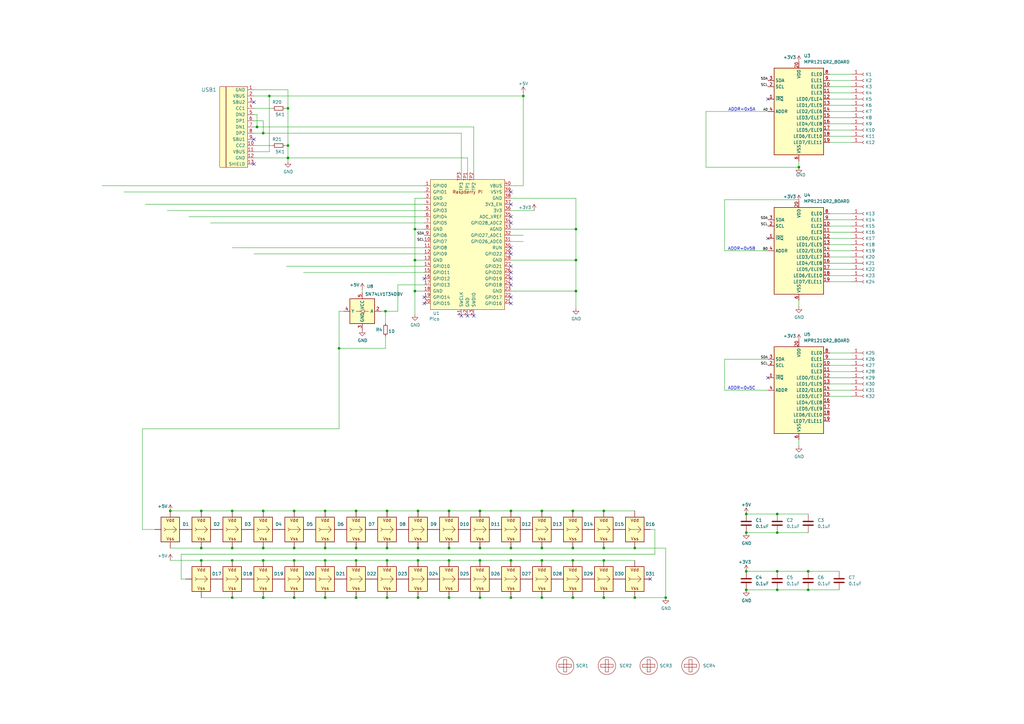
<source format=kicad_sch>
(kicad_sch (version 20211123) (generator eeschema)
  (paper "A3")
  (lib_symbols
    (symbol "Connector:Conn_01x01_Female" (pin_names (offset 1.016) hide)
      (property "Reference" "J" (at 0 2.54 0))
      (property "Value" "Conn_01x01_Female" (at 0 -2.54 0))
      (symbol "Conn_01x01_Female_1_1"
        (polyline (pts (xy -1.27 0) (xy -0.508 0)) (stroke (width 0.1524)))
        (arc (start 0 0.508) (mid -0.508 0) (end 0 -0.508) (stroke (width 0.1524)))
        (pin passive line (at -5.08 0 0) (length 3.81) (name "Pin_1") (number "1"))
      )
    )
    (symbol "Device:C" (pin_numbers hide) (pin_names (offset 0.254))
      (property "Reference" "C" (at 0.635 2.54 0))
      (property "Value" "C" (at 0.635 -2.54 0))
      (symbol "C_0_1"
        (polyline (pts (xy -2.032 -0.762) (xy 2.032 -0.762)) (stroke (width 0.508)))
        (polyline (pts (xy -2.032 0.762) (xy 2.032 0.762)) (stroke (width 0.508)))
      )
      (symbol "C_1_1"
        (pin passive line (at 0 3.81 270) (length 2.794) (name "~") (number "1"))
        (pin passive line (at 0 -3.81 90) (length 2.794) (name "~") (number "2"))
      )
    )
    (symbol "Device:R_Small" (pin_numbers hide) (pin_names (offset 0.254) hide)
      (property "Reference" "R" (at 0.762 0.508 0))
      (property "Value" "R_Small" (at 0.762 -1.016 0))
      (symbol "R_Small_0_1"
        (rectangle (start -0.762 1.778) (end 0.762 -1.778) (stroke (width 0.2032)))
      )
      (symbol "R_Small_1_1"
        (pin passive line (at 0 2.54 270) (length 0.762) (name "~") (number "1"))
        (pin passive line (at 0 -2.54 90) (length 0.762) (name "~") (number "2"))
      )
    )
    (symbol "Logic_LevelTranslator:SN74LV1T34DBV"
      (property "Reference" "U" (at 5.08 6.35 0))
      (property "Value" "SN74LV1T34DBV" (at 5.08 3.81 0))
      (symbol "SN74LV1T34DBV_0_1"
        (rectangle (start -5.08 5.08) (end 5.08 -5.08) (stroke (width 0.254)) (fill (type background)))
        (polyline (pts (xy -0.762 0) (xy -2.54 0)))
        (polyline (pts (xy 1.016 0) (xy 2.54 0)))
      )
      (symbol "SN74LV1T34DBV_1_1"
        (polyline (pts (xy -0.762 -0.762) (xy -0.762 0.762) (xy 1.016 0) (xy -0.762 -0.762)))
        (pin no_connect line (at -5.08 2.54 0) (length 2.54) hide (name "NC") (number "1"))
        (pin input line (at -7.62 0 0) (length 2.54) (name "A") (number "2"))
        (pin power_in line (at 0 -7.62 90) (length 2.54) (name "GND") (number "3"))
        (pin output line (at 7.62 0 180) (length 2.54) (name "Y") (number "4"))
        (pin power_in line (at 0 7.62 270) (length 2.54) (name "VCC") (number "5"))
      )
    )
    (symbol "MCU_RaspberryPi_and_Boards:Pico" (pin_names (offset 1.016))
      (property "Reference" "U" (at -13.97 27.94 0))
      (property "Value" "Pico" (at 0 19.05 0))
      (symbol "Pico_0_0"
        (text "Raspberry Pi" (at 0 21.59 0) (effects (font (size 1.27 1.27))))
      )
      (symbol "Pico_0_1"
        (rectangle (start -15.24 26.67) (end 15.24 -26.67) (fill (type background)))
      )
      (symbol "Pico_1_1"
        (pin bidirectional line (at -17.78 24.13 0) (length 2.54) (name "GPIO0") (number "1"))
        (pin bidirectional line (at -17.78 1.27 0) (length 2.54) (name "GPIO7") (number "10"))
        (pin bidirectional line (at -17.78 -1.27 0) (length 2.54) (name "GPIO8") (number "11"))
        (pin bidirectional line (at -17.78 -3.81 0) (length 2.54) (name "GPIO9") (number "12"))
        (pin power_in line (at -17.78 -6.35 0) (length 2.54) (name "GND") (number "13"))
        (pin bidirectional line (at -17.78 -8.89 0) (length 2.54) (name "GPIO10") (number "14"))
        (pin bidirectional line (at -17.78 -11.43 0) (length 2.54) (name "GPIO11") (number "15"))
        (pin bidirectional line (at -17.78 -13.97 0) (length 2.54) (name "GPIO12") (number "16"))
        (pin bidirectional line (at -17.78 -16.51 0) (length 2.54) (name "GPIO13") (number "17"))
        (pin power_in line (at -17.78 -19.05 0) (length 2.54) (name "GND") (number "18"))
        (pin bidirectional line (at -17.78 -21.59 0) (length 2.54) (name "GPIO14") (number "19"))
        (pin bidirectional line (at -17.78 21.59 0) (length 2.54) (name "GPIO1") (number "2"))
        (pin bidirectional line (at -17.78 -24.13 0) (length 2.54) (name "GPIO15") (number "20"))
        (pin bidirectional line (at 17.78 -24.13 180) (length 2.54) (name "GPIO16") (number "21"))
        (pin bidirectional line (at 17.78 -21.59 180) (length 2.54) (name "GPIO17") (number "22"))
        (pin power_in line (at 17.78 -19.05 180) (length 2.54) (name "GND") (number "23"))
        (pin bidirectional line (at 17.78 -16.51 180) (length 2.54) (name "GPIO18") (number "24"))
        (pin bidirectional line (at 17.78 -13.97 180) (length 2.54) (name "GPIO19") (number "25"))
        (pin bidirectional line (at 17.78 -11.43 180) (length 2.54) (name "GPIO20") (number "26"))
        (pin bidirectional line (at 17.78 -8.89 180) (length 2.54) (name "GPIO21") (number "27"))
        (pin power_in line (at 17.78 -6.35 180) (length 2.54) (name "GND") (number "28"))
        (pin bidirectional line (at 17.78 -3.81 180) (length 2.54) (name "GPIO22") (number "29"))
        (pin power_in line (at -17.78 19.05 0) (length 2.54) (name "GND") (number "3"))
        (pin input line (at 17.78 -1.27 180) (length 2.54) (name "RUN") (number "30"))
        (pin bidirectional line (at 17.78 1.27 180) (length 2.54) (name "GPIO26_ADC0") (number "31"))
        (pin bidirectional line (at 17.78 3.81 180) (length 2.54) (name "GPIO27_ADC1") (number "32"))
        (pin power_in line (at 17.78 6.35 180) (length 2.54) (name "AGND") (number "33"))
        (pin bidirectional line (at 17.78 8.89 180) (length 2.54) (name "GPIO28_ADC2") (number "34"))
        (pin unspecified line (at 17.78 11.43 180) (length 2.54) (name "ADC_VREF") (number "35"))
        (pin unspecified line (at 17.78 13.97 180) (length 2.54) (name "3V3") (number "36"))
        (pin input line (at 17.78 16.51 180) (length 2.54) (name "3V3_EN") (number "37"))
        (pin bidirectional line (at 17.78 19.05 180) (length 2.54) (name "GND") (number "38"))
        (pin unspecified line (at 17.78 21.59 180) (length 2.54) (name "VSYS") (number "39"))
        (pin bidirectional line (at -17.78 16.51 0) (length 2.54) (name "GPIO2") (number "4"))
        (pin unspecified line (at 17.78 24.13 180) (length 2.54) (name "VBUS") (number "40"))
        (pin input line (at -2.54 -29.21 90) (length 2.54) (name "SWCLK") (number "41"))
        (pin power_in line (at 0 -29.21 90) (length 2.54) (name "GND") (number "42"))
        (pin bidirectional line (at 2.54 -29.21 90) (length 2.54) (name "SWDIO") (number "43"))
        (pin bidirectional line (at -17.78 13.97 0) (length 2.54) (name "GPIO3") (number "5"))
        (pin bidirectional line (at -17.78 11.43 0) (length 2.54) (name "GPIO4") (number "6"))
        (pin bidirectional line (at -17.78 8.89 0) (length 2.54) (name "GPIO5") (number "7"))
        (pin power_in line (at -17.78 6.35 0) (length 2.54) (name "GND") (number "8"))
        (pin bidirectional line (at -17.78 3.81 0) (length 2.54) (name "GPIO6") (number "9"))
        (pin unspecified line (at 0 29.21 270) (length 2.54) (name "TP1") (number "TP1"))
        (pin bidirectional line (at 2.54 29.21 270) (length 2.54) (name "TP2") (number "TP2"))
        (pin bidirectional line (at -2.54 29.21 270) (length 2.54) (name "TP3") (number "TP3"))
      )
    )
    (symbol "Type-C:HRO-TYPE-C-31-M-12" (pin_names (offset 1.016))
      (property "Reference" "USB" (at -5.08 16.51 0))
      (property "Value" "HRO-TYPE-C-31-M-12" (at -10.16 -1.27 90))
      (symbol "HRO-TYPE-C-31-M-12_0_1"
        (rectangle (start -11.43 15.24) (end -8.89 -17.78) (fill (type background)))
        (rectangle (start 0 -17.78) (end -8.89 15.24) (fill (type background)))
      )
      (symbol "HRO-TYPE-C-31-M-12_1_1"
        (pin input line (at 2.54 13.97 180) (length 2.54) (name "GND") (number "1"))
        (pin input line (at 2.54 -8.89 180) (length 2.54) (name "CC2") (number "10"))
        (pin input line (at 2.54 -11.43 180) (length 2.54) (name "VBUS") (number "11"))
        (pin input line (at 2.54 -13.97 180) (length 2.54) (name "GND") (number "12"))
        (pin input line (at 2.54 -16.51 180) (length 2.54) (name "SHIELD") (number "13"))
        (pin input line (at 2.54 11.43 180) (length 2.54) (name "VBUS") (number "2"))
        (pin input line (at 2.54 8.89 180) (length 2.54) (name "SBU2") (number "3"))
        (pin input line (at 2.54 6.35 180) (length 2.54) (name "CC1") (number "4"))
        (pin input line (at 2.54 3.81 180) (length 2.54) (name "DN2") (number "5"))
        (pin input line (at 2.54 1.27 180) (length 2.54) (name "DP1") (number "6"))
        (pin input line (at 2.54 -1.27 180) (length 2.54) (name "DN1") (number "7"))
        (pin input line (at 2.54 -3.81 180) (length 2.54) (name "DP2") (number "8"))
        (pin input line (at 2.54 -6.35 180) (length 2.54) (name "SBU1") (number "9"))
      )
    )
    (symbol "chu_main:MPR121QR2_BOARD"
      (property "Reference" "U" (at -10.16 19.05 0))
      (property "Value" "MPR121QR2_BOARD" (at 6.35 19.05 0))
      (symbol "MPR121QR2_BOARD_0_1"
        (rectangle (start -10.16 17.78) (end 10.16 -17.78) (stroke (width 0.254)) (fill (type background)))
      )
      (symbol "MPR121QR2_BOARD_1_1"
        (pin open_collector line (at -12.7 5.08 0) (length 2.54) (name "~{IRQ}") (number "1"))
        (pin passive line (at 12.7 10.16 180) (length 2.54) (name "ELE2") (number "10"))
        (pin passive line (at 12.7 7.62 180) (length 2.54) (name "ELE3") (number "11"))
        (pin passive line (at 12.7 5.08 180) (length 2.54) (name "LED0/ELE4") (number "12"))
        (pin passive line (at 12.7 2.54 180) (length 2.54) (name "LED1/ELE5") (number "13"))
        (pin passive line (at 12.7 0 180) (length 2.54) (name "LED2/ELE6") (number "14"))
        (pin passive line (at 12.7 -2.54 180) (length 2.54) (name "LED3/ELE7") (number "15"))
        (pin passive line (at 12.7 -5.08 180) (length 2.54) (name "LED4/ELE8") (number "16"))
        (pin passive line (at 12.7 -7.62 180) (length 2.54) (name "LED5/ELE9") (number "17"))
        (pin passive line (at 12.7 -10.16 180) (length 2.54) (name "LED6/ELE10") (number "18"))
        (pin passive line (at 12.7 -12.7 180) (length 2.54) (name "LED7/ELE11") (number "19"))
        (pin input line (at -12.7 10.16 0) (length 2.54) (name "SCL") (number "2"))
        (pin power_in line (at 0 20.32 270) (length 2.54) (name "VDD") (number "20"))
        (pin bidirectional line (at -12.7 12.7 0) (length 2.54) (name "SDA") (number "3"))
        (pin input line (at -12.7 0 0) (length 2.54) (name "ADDR") (number "4"))
        (pin power_in line (at 0 -20.32 90) (length 2.54) (name "VSS") (number "6"))
        (pin passive line (at 12.7 15.24 180) (length 2.54) (name "ELE0") (number "8"))
        (pin passive line (at 12.7 12.7 180) (length 2.54) (name "ELE1") (number "9"))
      )
    )
    (symbol "chu_main:WS2812B_Unified" (pin_numbers hide) (pin_names (offset 0.254) hide)
      (property "Reference" "D10" (at 2.54 6.35 0))
      (symbol "WS2812B_Unified_0_0"
        (polyline (pts (xy -1.905 0) (xy 2.54 0) (xy 1.27 1.27)))
        (text "Vdd" (at 0 3.81 0) (effects (font (size 1.27 1.27))))
        (text "Vss" (at 0 -3.81 0) (effects (font (size 1.27 1.27))))
      )
      (symbol "WS2812B_Unified_0_1"
        (rectangle (start -3.81 5.08) (end 3.81 -5.08) (stroke (width 0.254)) (fill (type background)))
        (polyline (pts (xy 1.27 -1.27) (xy 2.54 0)))
        (polyline (pts (xy -2.54 0.635) (xy -1.905 0) (xy -2.54 -0.635)))
      )
      (symbol "WS2812B_Unified_1_1"
        (pin power_in line (at 0 -7.62 90) (length 2.54) (name "VSS") (number "G"))
        (pin input line (at -6.35 0 0) (length 2.54) (name "In") (number "I"))
        (pin output line (at 6.35 0 180) (length 2.54) (name "Out") (number "O"))
        (pin power_in line (at 0 7.62 270) (length 2.54) (name "VDD") (number "V"))
      )
    )
    (symbol "iidx_teeny:ScrewHole" (pin_names (offset 0) hide)
      (property "Reference" "SCR?" (at 0.635 -5.715 0))
      (symbol "ScrewHole_0_1"
        (rectangle (start -2.54 0.635) (end 2.54 -0.635))
        (rectangle (start -0.635 2.54) (end 0.635 -2.54))
        (circle (center 0 0) (radius 3.5921))
      )
    )
    (symbol "power:+3V3" (power) (pin_names (offset 0))
      (property "Value" "+3V3" (at 0 3.556 0))
      (symbol "+3V3_0_1"
        (polyline (pts (xy -0.762 1.27) (xy 0 2.54)))
        (polyline (pts (xy 0 0) (xy 0 2.54)))
        (polyline (pts (xy 0 2.54) (xy 0.762 1.27)))
      )
      (symbol "+3V3_1_1"
        (pin power_in line (at 0 0 90) (length 0) hide (name "+3V3") (number "1"))
      )
    )
    (symbol "power:+5V" (power) (pin_names (offset 0))
      (property "Value" "+5V" (at 0 3.556 0))
      (symbol "+5V_0_1"
        (polyline (pts (xy -0.762 1.27) (xy 0 2.54)))
        (polyline (pts (xy 0 0) (xy 0 2.54)))
        (polyline (pts (xy 0 2.54) (xy 0.762 1.27)))
      )
      (symbol "+5V_1_1"
        (pin power_in line (at 0 0 90) (length 0) hide (name "+5V") (number "1"))
      )
    )
    (symbol "power:GND" (power) (pin_names (offset 0))
      (property "Value" "GND" (at 0 -3.81 0))
      (symbol "GND_0_1"
        (polyline (pts (xy 0 0) (xy 0 -1.27) (xy 1.27 -1.27) (xy 0 -2.54) (xy -1.27 -1.27) (xy 0 -1.27)))
      )
      (symbol "GND_1_1"
        (pin power_in line (at 0 0 270) (length 0) hide (name "GND") (number "1"))
      )
    )
  )
  (junction (at 120.65 224.79))
  (junction (at 234.95 245.11))
  (junction (at 158.75 209.55))
  (junction (at 107.95 54.61))
  (junction (at 107.95 224.79))
  (junction (at 247.65 245.11))
  (junction (at 214.63 39.37))
  (junction (at 260.35 245.11))
  (junction (at 247.65 209.55))
  (junction (at 260.35 224.79))
  (junction (at 222.25 229.87))
  (junction (at 196.85 224.79))
  (junction (at 146.05 229.87))
  (junction (at 171.45 209.55))
  (junction (at 306.07 234.315))
  (junction (at 331.47 234.315))
  (junction (at 133.35 224.79))
  (junction (at 82.55 229.87))
  (junction (at 107.95 245.11))
  (junction (at 306.07 241.935))
  (junction (at 120.65 209.55))
  (junction (at 146.05 224.79))
  (junction (at 158.75 229.87))
  (junction (at 318.77 218.44))
  (junction (at 306.07 210.82))
  (junction (at 331.47 241.935))
  (junction (at 196.85 209.55))
  (junction (at 234.95 224.79))
  (junction (at 171.45 245.11))
  (junction (at 170.18 119.38))
  (junction (at 184.15 229.87))
  (junction (at 110.49 39.37))
  (junction (at 95.25 224.79))
  (junction (at 306.07 218.44))
  (junction (at 327.66 68.58))
  (junction (at 118.11 64.77))
  (junction (at 95.25 245.11))
  (junction (at 171.45 229.87))
  (junction (at 133.35 209.55))
  (junction (at 184.15 245.11))
  (junction (at 146.05 209.55))
  (junction (at 247.65 229.87))
  (junction (at 318.77 234.315))
  (junction (at 158.115 127.635))
  (junction (at 247.65 224.79))
  (junction (at 95.25 229.87))
  (junction (at 184.15 224.79))
  (junction (at 209.55 245.11))
  (junction (at 318.77 210.82))
  (junction (at 171.45 224.79))
  (junction (at 158.75 245.11))
  (junction (at 133.35 245.11))
  (junction (at 107.95 229.87))
  (junction (at 118.11 59.69))
  (junction (at 170.18 106.68))
  (junction (at 120.65 229.87))
  (junction (at 118.11 44.45))
  (junction (at 273.05 245.11))
  (junction (at 120.65 245.11))
  (junction (at 82.55 209.55))
  (junction (at 234.95 209.55))
  (junction (at 222.25 224.79))
  (junction (at 209.55 209.55))
  (junction (at 318.77 241.935))
  (junction (at 133.35 229.87))
  (junction (at 107.95 209.55))
  (junction (at 146.05 245.11))
  (junction (at 170.18 93.98))
  (junction (at 209.55 229.87))
  (junction (at 209.55 224.79))
  (junction (at 95.25 209.55))
  (junction (at 222.25 245.11))
  (junction (at 196.85 229.87))
  (junction (at 222.25 209.55))
  (junction (at 139.065 142.875))
  (junction (at 69.85 209.55))
  (junction (at 236.22 106.68))
  (junction (at 236.22 93.98))
  (junction (at 82.55 224.79))
  (junction (at 158.75 224.79))
  (junction (at 105.41 52.07))
  (junction (at 234.95 229.87))
  (junction (at 236.22 119.38))
  (junction (at 196.85 245.11))
  (junction (at 184.15 209.55))
  (no_connect (at 191.77 129.54))
  (no_connect (at 314.96 154.94))
  (no_connect (at 104.14 67.31))
  (no_connect (at 104.14 41.91))
  (no_connect (at 104.14 57.15))
  (no_connect (at 209.55 101.6))
  (no_connect (at 209.55 104.14))
  (no_connect (at 209.55 109.22))
  (no_connect (at 209.55 111.76))
  (no_connect (at 209.55 114.3))
  (no_connect (at 209.55 78.74))
  (no_connect (at 209.55 83.82))
  (no_connect (at 209.55 88.9))
  (no_connect (at 173.99 121.92))
  (no_connect (at 189.23 129.54))
  (no_connect (at 209.55 91.44))
  (no_connect (at 173.99 124.46))
  (no_connect (at 209.55 116.84))
  (no_connect (at 314.96 40.64))
  (no_connect (at 173.99 114.3))
  (no_connect (at 314.96 97.79))
  (no_connect (at 194.31 129.54))
  (no_connect (at 209.55 121.92))
  (no_connect (at 266.7 237.49))
  (no_connect (at 209.55 124.46))
  (wire (pts (xy 314.96 160.02) (xy 297.18 160.02)))
  (wire (pts (xy 327.66 125.73) (xy 327.66 123.19)))
  (wire (pts (xy 118.11 36.83) (xy 118.11 44.45)))
  (wire (pts (xy 209.55 86.36) (xy 219.075 86.36)))
  (wire (pts (xy 170.18 81.28) (xy 170.18 93.98)))
  (wire (pts (xy 171.45 224.79) (xy 184.15 224.79)))
  (wire (pts (xy 173.99 116.84) (xy 163.195 116.84)))
  (wire (pts (xy 117.475 109.22) (xy 173.99 109.22)))
  (wire (pts (xy 340.36 43.18) (xy 349.25 43.18)))
  (wire (pts (xy 222.25 224.79) (xy 234.95 224.79)))
  (wire (pts (xy 139.065 142.875) (xy 139.065 127.635)))
  (wire (pts (xy 209.55 119.38) (xy 236.22 119.38)))
  (wire (pts (xy 340.36 33.02) (xy 349.25 33.02)))
  (wire (pts (xy 340.36 48.26) (xy 349.25 48.26)))
  (wire (pts (xy 86.36 91.44) (xy 173.99 91.44)))
  (wire (pts (xy 104.14 52.07) (xy 105.41 52.07)))
  (wire (pts (xy 247.65 209.55) (xy 260.35 209.55)))
  (wire (pts (xy 340.36 38.1) (xy 349.25 38.1)))
  (wire (pts (xy 110.49 62.23) (xy 110.49 39.37)))
  (wire (pts (xy 349.25 115.57) (xy 340.36 115.57)))
  (wire (pts (xy 146.05 209.55) (xy 158.75 209.55)))
  (wire (pts (xy 236.22 81.28) (xy 236.22 93.98)))
  (wire (pts (xy 268.605 217.17) (xy 268.605 227.33)))
  (wire (pts (xy 69.85 229.87) (xy 82.55 229.87)))
  (wire (pts (xy 327.66 182.88) (xy 327.66 180.34)))
  (wire (pts (xy 349.25 90.17) (xy 340.36 90.17)))
  (wire (pts (xy 268.605 227.33) (xy 74.295 227.33)))
  (wire (pts (xy 349.25 58.42) (xy 340.36 58.42)))
  (wire (pts (xy 340.36 55.88) (xy 349.25 55.88)))
  (wire (pts (xy 95.25 224.79) (xy 107.95 224.79)))
  (wire (pts (xy 196.85 224.79) (xy 209.55 224.79)))
  (wire (pts (xy 266.7 217.17) (xy 268.605 217.17)))
  (wire (pts (xy 340.36 45.72) (xy 349.25 45.72)))
  (wire (pts (xy 139.065 127.635) (xy 140.97 127.635)))
  (wire (pts (xy 234.95 209.55) (xy 247.65 209.55)))
  (wire (pts (xy 297.18 147.32) (xy 314.96 147.32)))
  (wire (pts (xy 340.36 30.48) (xy 349.25 30.48)))
  (wire (pts (xy 327.66 68.58) (xy 327.66 66.04)))
  (wire (pts (xy 349.25 160.02) (xy 340.36 160.02)))
  (wire (pts (xy 314.96 45.72) (xy 289.56 45.72)))
  (wire (pts (xy 189.23 54.61) (xy 107.95 54.61)))
  (wire (pts (xy 222.25 229.87) (xy 234.95 229.87)))
  (wire (pts (xy 95.25 245.11) (xy 107.95 245.11)))
  (wire (pts (xy 139.065 175.895) (xy 58.42 175.895)))
  (wire (pts (xy 163.195 116.84) (xy 163.195 127.635)))
  (wire (pts (xy 340.36 35.56) (xy 349.25 35.56)))
  (wire (pts (xy 340.36 50.8) (xy 349.25 50.8)))
  (wire (pts (xy 273.05 245.11) (xy 273.05 224.79)))
  (wire (pts (xy 171.45 245.11) (xy 184.15 245.11)))
  (wire (pts (xy 196.85 229.87) (xy 209.55 229.87)))
  (wire (pts (xy 349.25 152.4) (xy 340.36 152.4)))
  (wire (pts (xy 234.95 224.79) (xy 247.65 224.79)))
  (wire (pts (xy 209.55 99.06) (xy 214.63 99.06)))
  (wire (pts (xy 107.95 245.11) (xy 120.65 245.11)))
  (wire (pts (xy 107.95 229.87) (xy 120.65 229.87)))
  (wire (pts (xy 170.18 93.98) (xy 170.18 106.68)))
  (wire (pts (xy 318.77 234.315) (xy 331.47 234.315)))
  (wire (pts (xy 236.22 119.38) (xy 236.22 126.365)))
  (wire (pts (xy 50.8 78.74) (xy 173.99 78.74)))
  (wire (pts (xy 260.35 224.79) (xy 273.05 224.79)))
  (wire (pts (xy 82.55 229.87) (xy 95.25 229.87)))
  (wire (pts (xy 297.18 102.87) (xy 297.18 81.915)))
  (wire (pts (xy 349.25 87.63) (xy 340.36 87.63)))
  (wire (pts (xy 209.55 96.52) (xy 214.63 96.52)))
  (wire (pts (xy 349.25 149.86) (xy 340.36 149.86)))
  (wire (pts (xy 133.35 224.79) (xy 146.05 224.79)))
  (wire (pts (xy 318.77 210.82) (xy 331.47 210.82)))
  (wire (pts (xy 340.36 53.34) (xy 349.25 53.34)))
  (wire (pts (xy 58.42 175.895) (xy 58.42 217.17)))
  (wire (pts (xy 120.65 209.55) (xy 133.35 209.55)))
  (wire (pts (xy 133.35 209.55) (xy 146.05 209.55)))
  (wire (pts (xy 105.41 46.99) (xy 105.41 52.07)))
  (wire (pts (xy 139.065 142.875) (xy 139.065 175.895)))
  (wire (pts (xy 194.31 52.07) (xy 105.41 52.07)))
  (wire (pts (xy 163.195 127.635) (xy 158.115 127.635)))
  (wire (pts (xy 209.55 209.55) (xy 222.25 209.55)))
  (wire (pts (xy 171.45 229.87) (xy 184.15 229.87)))
  (wire (pts (xy 331.47 241.935) (xy 344.17 241.935)))
  (wire (pts (xy 209.55 229.87) (xy 222.25 229.87)))
  (wire (pts (xy 349.25 105.41) (xy 340.36 105.41)))
  (wire (pts (xy 104.14 64.77) (xy 118.11 64.77)))
  (wire (pts (xy 107.95 49.53) (xy 107.95 54.61)))
  (wire (pts (xy 146.05 245.11) (xy 158.75 245.11)))
  (wire (pts (xy 194.31 71.12) (xy 194.31 52.07)))
  (wire (pts (xy 158.115 127.635) (xy 158.115 132.715)))
  (wire (pts (xy 349.25 162.56) (xy 340.36 162.56)))
  (wire (pts (xy 234.95 229.87) (xy 247.65 229.87)))
  (wire (pts (xy 191.77 71.12) (xy 191.77 64.77)))
  (wire (pts (xy 77.47 88.9) (xy 173.99 88.9)))
  (wire (pts (xy 158.115 142.875) (xy 139.065 142.875)))
  (wire (pts (xy 82.55 209.55) (xy 95.25 209.55)))
  (wire (pts (xy 59.69 83.82) (xy 173.99 83.82)))
  (wire (pts (xy 349.25 157.48) (xy 340.36 157.48)))
  (wire (pts (xy 120.65 224.79) (xy 133.35 224.79)))
  (wire (pts (xy 234.95 245.11) (xy 247.65 245.11)))
  (wire (pts (xy 349.25 110.49) (xy 340.36 110.49)))
  (wire (pts (xy 222.25 245.11) (xy 234.95 245.11)))
  (wire (pts (xy 349.25 107.95) (xy 340.36 107.95)))
  (wire (pts (xy 58.42 217.17) (xy 63.5 217.17)))
  (wire (pts (xy 306.07 218.44) (xy 318.77 218.44)))
  (wire (pts (xy 171.45 209.55) (xy 184.15 209.55)))
  (wire (pts (xy 74.295 237.49) (xy 76.2 237.49)))
  (wire (pts (xy 104.14 62.23) (xy 110.49 62.23)))
  (wire (pts (xy 104.14 104.14) (xy 173.99 104.14)))
  (wire (pts (xy 110.49 39.37) (xy 214.63 39.37)))
  (wire (pts (xy 173.99 111.76) (xy 124.46 111.76)))
  (wire (pts (xy 349.25 92.71) (xy 340.36 92.71)))
  (wire (pts (xy 104.14 54.61) (xy 107.95 54.61)))
  (wire (pts (xy 95.25 209.55) (xy 107.95 209.55)))
  (wire (pts (xy 74.295 227.33) (xy 74.295 237.49)))
  (wire (pts (xy 349.25 147.32) (xy 340.36 147.32)))
  (wire (pts (xy 68.58 86.36) (xy 173.99 86.36)))
  (wire (pts (xy 95.25 229.87) (xy 107.95 229.87)))
  (wire (pts (xy 104.14 59.69) (xy 111.76 59.69)))
  (wire (pts (xy 120.65 245.11) (xy 133.35 245.11)))
  (wire (pts (xy 107.95 224.79) (xy 120.65 224.79)))
  (wire (pts (xy 146.05 229.87) (xy 158.75 229.87)))
  (wire (pts (xy 189.23 71.12) (xy 189.23 54.61)))
  (wire (pts (xy 170.18 106.68) (xy 170.18 119.38)))
  (wire (pts (xy 318.77 218.44) (xy 331.47 218.44)))
  (wire (pts (xy 104.14 44.45) (xy 111.76 44.45)))
  (wire (pts (xy 340.36 40.64) (xy 349.25 40.64)))
  (wire (pts (xy 107.95 209.55) (xy 120.65 209.55)))
  (wire (pts (xy 247.65 224.79) (xy 260.35 224.79)))
  (wire (pts (xy 118.11 59.69) (xy 116.84 59.69)))
  (wire (pts (xy 349.25 102.87) (xy 340.36 102.87)))
  (wire (pts (xy 191.77 64.77) (xy 118.11 64.77)))
  (wire (pts (xy 196.85 245.11) (xy 209.55 245.11)))
  (wire (pts (xy 104.14 36.83) (xy 118.11 36.83)))
  (wire (pts (xy 82.55 245.11) (xy 95.25 245.11)))
  (wire (pts (xy 104.14 39.37) (xy 110.49 39.37)))
  (wire (pts (xy 331.47 234.315) (xy 344.17 234.315)))
  (wire (pts (xy 184.15 224.79) (xy 196.85 224.79)))
  (wire (pts (xy 184.15 229.87) (xy 196.85 229.87)))
  (wire (pts (xy 158.75 209.55) (xy 171.45 209.55)))
  (wire (pts (xy 173.99 81.28) (xy 170.18 81.28)))
  (wire (pts (xy 297.18 160.02) (xy 297.18 147.32)))
  (wire (pts (xy 170.18 119.38) (xy 173.99 119.38)))
  (wire (pts (xy 236.22 106.68) (xy 236.22 119.38)))
  (wire (pts (xy 297.18 81.915) (xy 327.66 81.915)))
  (wire (pts (xy 158.115 137.795) (xy 158.115 142.875)))
  (wire (pts (xy 146.05 224.79) (xy 158.75 224.79)))
  (wire (pts (xy 158.75 224.79) (xy 171.45 224.79)))
  (wire (pts (xy 289.56 45.72) (xy 289.56 68.58)))
  (wire (pts (xy 209.55 81.28) (xy 236.22 81.28)))
  (wire (pts (xy 120.65 229.87) (xy 133.35 229.87)))
  (wire (pts (xy 349.25 154.94) (xy 340.36 154.94)))
  (wire (pts (xy 158.75 229.87) (xy 171.45 229.87)))
  (wire (pts (xy 209.55 106.68) (xy 236.22 106.68)))
  (wire (pts (xy 133.35 229.87) (xy 146.05 229.87)))
  (wire (pts (xy 148.59 118.745) (xy 148.59 120.015)))
  (wire (pts (xy 118.11 44.45) (xy 118.11 59.69)))
  (wire (pts (xy 133.35 245.11) (xy 146.05 245.11)))
  (wire (pts (xy 82.55 224.79) (xy 95.25 224.79)))
  (wire (pts (xy 236.22 93.98) (xy 236.22 106.68)))
  (wire (pts (xy 196.85 209.55) (xy 209.55 209.55)))
  (wire (pts (xy 118.11 64.77) (xy 118.11 66.04)))
  (wire (pts (xy 318.77 241.935) (xy 331.47 241.935)))
  (wire (pts (xy 306.07 241.935) (xy 318.77 241.935)))
  (wire (pts (xy 247.65 229.87) (xy 260.35 229.87)))
  (wire (pts (xy 349.25 100.33) (xy 340.36 100.33)))
  (wire (pts (xy 314.96 102.87) (xy 297.18 102.87)))
  (wire (pts (xy 289.56 68.58) (xy 327.66 68.58)))
  (wire (pts (xy 184.15 245.11) (xy 196.85 245.11)))
  (wire (pts (xy 209.55 93.98) (xy 236.22 93.98)))
  (wire (pts (xy 209.55 224.79) (xy 222.25 224.79)))
  (wire (pts (xy 247.65 245.11) (xy 260.35 245.11)))
  (wire (pts (xy 260.35 245.11) (xy 273.05 245.11)))
  (wire (pts (xy 184.15 209.55) (xy 196.85 209.55)))
  (wire (pts (xy 214.63 39.37) (xy 214.63 38.1)))
  (wire (pts (xy 158.75 245.11) (xy 171.45 245.11)))
  (wire (pts (xy 104.14 49.53) (xy 107.95 49.53)))
  (wire (pts (xy 118.11 59.69) (xy 118.11 64.77)))
  (wire (pts (xy 349.25 144.78) (xy 340.36 144.78)))
  (wire (pts (xy 209.55 245.11) (xy 222.25 245.11)))
  (wire (pts (xy 95.25 101.6) (xy 173.99 101.6)))
  (wire (pts (xy 222.25 209.55) (xy 234.95 209.55)))
  (wire (pts (xy 306.07 210.82) (xy 318.77 210.82)))
  (wire (pts (xy 104.14 46.99) (xy 105.41 46.99)))
  (wire (pts (xy 170.18 93.98) (xy 173.99 93.98)))
  (wire (pts (xy 118.11 44.45) (xy 116.84 44.45)))
  (wire (pts (xy 69.85 224.79) (xy 82.55 224.79)))
  (wire (pts (xy 209.55 76.2) (xy 214.63 76.2)))
  (wire (pts (xy 158.115 127.635) (xy 156.21 127.635)))
  (wire (pts (xy 349.25 97.79) (xy 340.36 97.79)))
  (wire (pts (xy 349.25 95.25) (xy 340.36 95.25)))
  (wire (pts (xy 69.85 209.55) (xy 82.55 209.55)))
  (wire (pts (xy 41.91 76.2) (xy 173.99 76.2)))
  (wire (pts (xy 214.63 39.37) (xy 214.63 76.2)))
  (wire (pts (xy 170.18 119.38) (xy 170.18 128.905)))
  (wire (pts (xy 170.18 106.68) (xy 173.99 106.68)))
  (wire (pts (xy 306.07 234.315) (xy 318.77 234.315)))
  (wire (pts (xy 349.25 113.03) (xy 340.36 113.03)))
  (text "ADDR=0x5C" (at 309.88 160.02 180) (effects (font (size 1.27 1.27)) (justify right bottom)))
  (text "ADDR=0x5A" (at 309.88 45.72 180) (effects (font (size 1.27 1.27)) (justify right bottom)))
  (text "ADDR=0x5B" (at 309.88 102.87 180) (effects (font (size 1.27 1.27)) (justify right bottom)))
  (label "SCL" (at 314.96 149.86 180) (effects (font (size 1 1))))
  (label "SDA" (at 173.99 96.52 180) (effects (font (size 1 1))))
  (label "SCL" (at 314.96 35.56 180) (effects (font (size 1 1))))
  (label "SDA" (at 314.96 147.32 180) (effects (font (size 1 1))))
  (label "SDA" (at 314.96 90.17 180) (effects (font (size 1 1))))
  (label "A0" (at 314.96 45.72 180) (effects (font (size 1 1))))
  (label "SCL" (at 173.99 99.06 180) (effects (font (size 1 1))))
  (label "SCL" (at 314.96 92.71 180) (effects (font (size 1 1))))
  (label "B0" (at 314.96 102.87 180) (effects (font (size 1 1))))
  (label "SDA" (at 314.96 33.02 180) (effects (font (size 1 1))))
  (symbol (lib_id "MCU_RaspberryPi_and_Boards:Pico") (at 191.77 100.33 0) (unit 1)
    (property "Reference" "U1" (at 180.34 128.4986 0) (effects (justify right)))
    (property "Value" "Pico" (at 180.34 130.81 0) (effects (justify right)))
    (property "Footprint" "chu_main:RPi_Pico_SMD_Pins" (effects hide))
  )
  (symbol (lib_id "Type-C:HRO-TYPE-C-31-M-12") (at 101.6 50.8 0) (unit 1)
    (property "Reference" "USB1" (at 82.55 36.83 0) (effects (font (size 1.524 1.524)) (justify left)))
    (property "Value" "U262-161N-4BVC11" (effects hide))
    (property "Footprint" "Type-C:HRO-TYPE-C-31-M-12-Assembly" (effects hide))
    (property "LCSC" "C319148" (effects hide))
  )
  (symbol (lib_id "power:GND") (at 118.11 66.04 0) (unit 1)
    (property "Reference" "#PWR0112" (effects hide))
    (property "Value" "GND" (at 118.237 70.4342 0))
  )
  (symbol (lib_id "power:+5V") (at 214.63 38.1 0) (unit 1)
    (property "Reference" "#PWR0114" (effects hide))
    (property "Value" "+5V" (at 214.63 34.29 0))
  )
  (symbol (lib_id "Device:R_Small") (at 114.3 59.69 90) (unit 1)
    (property "Reference" "R21" (at 115.57 57.15 90) (effects (justify left)))
    (property "Value" "5K1" (at 116.84 62.23 90) (effects (justify left)))
    (property "Footprint" "Resistor_SMD:R_0603_1608Metric" (effects hide))
    (property "LCSC" "C23186" (effects hide))
  )
  (symbol (lib_id "Device:R_Small") (at 114.3 44.45 90) (unit 1)
    (property "Reference" "R20" (at 115.57 41.91 90) (effects (justify left)))
    (property "Value" "5K1" (at 116.84 46.99 90) (effects (justify left)))
    (property "Footprint" "Resistor_SMD:R_0603_1608Metric" (effects hide))
    (property "LCSC" "C23186" (effects hide))
  )
  (symbol (lib_id "Connector:Conn_01x01_Female") (at 354.33 55.88 0) (unit 1)
    (property "Reference" "K11" (at 354.965 55.8799 0) (effects (justify left)))
    (property "Value" "Conn_01x01_Female" (effects hide))
    (property "Footprint" "chu_main:ChuKey" (effects hide))
  )
  (symbol (lib_id "Connector:Conn_01x01_Female") (at 354.33 35.56 0) (unit 1)
    (property "Reference" "K3" (at 354.965 35.5599 0) (effects (justify left)))
    (property "Value" "Conn_01x01_Female" (effects hide))
    (property "Footprint" "chu_main:ChuKey" (effects hide))
  )
  (symbol (lib_id "power:GND") (at 327.66 68.58 0) (unit 1)
    (property "Reference" "#PWR0122" (effects hide))
    (property "Value" "GND" (at 328.422 71.7042 0))
  )
  (symbol (lib_id "Connector:Conn_01x01_Female") (at 354.33 162.56 0) (unit 1)
    (property "Reference" "K32" (at 354.965 162.56 0) (effects (justify left)))
    (property "Value" "Conn_01x01_Female" (effects hide))
    (property "Footprint" "chu_main:ChuKeyScrews" (effects hide))
  )
  (symbol (lib_id "chu_main:WS2812B_Unified") (at 82.55 237.49 0) (unit 1)
    (property "Reference" "D17" (at 88.9 235.331 0))
    (property "Value" "WS2812B_Unified" (effects hide))
    (property "Footprint" "chu_main:WS2812B-4020" (effects hide))
  )
  (symbol (lib_id "chu_main:WS2812B_Unified") (at 120.65 237.49 0) (unit 1)
    (property "Reference" "D20" (at 127 235.331 0))
    (property "Value" "WS2812B_Unified" (effects hide))
    (property "Footprint" "chu_main:WS2812B-4020" (effects hide))
  )
  (symbol (lib_id "Device:C") (at 306.07 238.125 0) (unit 1)
    (property "Reference" "C4" (at 309.88 236.8549 0) (effects (justify left)))
    (property "Value" "0.1uF" (at 309.88 239.3949 0) (effects (justify left)))
    (property "Footprint" "Capacitor_SMD:C_0603_1608Metric_Pad1.08x0.95mm_HandSolder" (effects hide))
  )
  (symbol (lib_id "chu_main:WS2812B_Unified") (at 146.05 217.17 0) (unit 1)
    (property "Reference" "D7" (at 152.4 215.011 0))
    (property "Value" "WS2812B_Unified" (effects hide))
    (property "Footprint" "chu_main:WS2812B-4020" (effects hide))
  )
  (symbol (lib_id "Connector:Conn_01x01_Female") (at 354.33 90.17 0) (unit 1)
    (property "Reference" "K14" (at 354.965 90.17 0) (effects (justify left)))
    (property "Value" "Conn_01x01_Female" (effects hide))
    (property "Footprint" "chu_main:ChuKeyScrews" (effects hide))
  )
  (symbol (lib_id "Device:C") (at 331.47 214.63 0) (unit 1)
    (property "Reference" "C3" (at 335.28 213.3599 0) (effects (justify left)))
    (property "Value" "0.1uF" (at 335.28 215.8999 0) (effects (justify left)))
    (property "Footprint" "Capacitor_SMD:C_0603_1608Metric_Pad1.08x0.95mm_HandSolder" (effects hide))
  )
  (symbol (lib_id "Connector:Conn_01x01_Female") (at 354.33 154.94 0) (unit 1)
    (property "Reference" "K29" (at 354.965 154.94 0) (effects (justify left)))
    (property "Value" "Conn_01x01_Female" (effects hide))
    (property "Footprint" "chu_main:ChuKey" (effects hide))
  )
  (symbol (lib_id "Device:C") (at 344.17 238.125 0) (unit 1)
    (property "Reference" "C7" (at 347.98 236.8549 0) (effects (justify left)))
    (property "Value" "0.1uF" (at 347.98 239.3949 0) (effects (justify left)))
    (property "Footprint" "Capacitor_SMD:C_0603_1608Metric_Pad1.08x0.95mm_HandSolder" (effects hide))
  )
  (symbol (lib_id "chu_main:WS2812B_Unified") (at 133.35 237.49 0) (unit 1)
    (property "Reference" "D21" (at 139.7 235.331 0))
    (property "Value" "WS2812B_Unified" (effects hide))
    (property "Footprint" "chu_main:WS2812B-4020" (effects hide))
  )
  (symbol (lib_id "chu_main:WS2812B_Unified") (at 171.45 217.17 0) (unit 1)
    (property "Reference" "D9" (at 177.8 215.011 0))
    (property "Value" "WS2812B_Unified" (effects hide))
    (property "Footprint" "chu_main:WS2812B-4020" (effects hide))
  )
  (symbol (lib_id "chu_main:WS2812B_Unified") (at 69.85 217.17 0) (unit 1)
    (property "Reference" "D1" (at 76.2 215.011 0))
    (property "Value" "WS2812B_Unified" (effects hide))
    (property "Footprint" "chu_main:WS2812B-4020" (effects hide))
  )
  (symbol (lib_id "Connector:Conn_01x01_Female") (at 354.33 157.48 0) (unit 1)
    (property "Reference" "K30" (at 354.965 157.48 0) (effects (justify left)))
    (property "Value" "Conn_01x01_Female" (effects hide))
    (property "Footprint" "chu_main:ChuKeyScrews" (effects hide))
  )
  (symbol (lib_id "Connector:Conn_01x01_Female") (at 354.33 30.48 0) (unit 1)
    (property "Reference" "K1" (at 354.965 30.4799 0) (effects (justify left)))
    (property "Value" "Conn_01x01_Female" (effects hide))
    (property "Footprint" "chu_main:ChuKey" (effects hide))
  )
  (symbol (lib_id "power:+3V3") (at 306.07 234.315 0) (unit 1)
    (property "Reference" "#PWR0105" (effects hide))
    (property "Value" "+3V3" (at 305.435 230.505 0))
  )
  (symbol (lib_id "power:GND") (at 306.07 241.935 0) (unit 1)
    (property "Reference" "#PWR0116" (effects hide))
    (property "Value" "GND" (at 306.197 246.3292 0))
  )
  (symbol (lib_id "Connector:Conn_01x01_Female") (at 354.33 45.72 0) (unit 1)
    (property "Reference" "K7" (at 354.965 45.7199 0) (effects (justify left)))
    (property "Value" "Conn_01x01_Female" (effects hide))
    (property "Footprint" "chu_main:ChuKey" (effects hide))
  )
  (symbol (lib_id "Device:R_Small") (at 158.115 135.255 180) (unit 1)
    (property "Reference" "R4" (at 156.845 135.255 0) (effects (justify left)))
    (property "Value" "10" (at 161.925 135.89 0) (effects (justify left)))
    (property "Footprint" "Resistor_SMD:R_0603_1608Metric" (effects hide))
    (property "LCSC" "C23186" (effects hide))
  )
  (symbol (lib_id "chu_main:WS2812B_Unified") (at 184.15 237.49 0) (unit 1)
    (property "Reference" "D25" (at 190.5 235.331 0))
    (property "Value" "WS2812B_Unified" (effects hide))
    (property "Footprint" "chu_main:WS2812B-4020" (effects hide))
  )
  (symbol (lib_id "chu_main:WS2812B_Unified") (at 222.25 237.49 0) (unit 1)
    (property "Reference" "D28" (at 228.6 235.331 0))
    (property "Value" "WS2812B_Unified" (effects hide))
    (property "Footprint" "chu_main:WS2812B-4020" (effects hide))
  )
  (symbol (lib_id "power:GND") (at 170.18 128.905 0) (unit 1)
    (property "Reference" "#PWR0125" (effects hide))
    (property "Value" "GND" (at 170.307 133.2992 0))
  )
  (symbol (lib_id "power:GND") (at 236.22 126.365 0) (unit 1)
    (property "Reference" "#PWR0103" (effects hide))
    (property "Value" "GND" (at 236.347 130.7592 0))
  )
  (symbol (lib_id "power:+5V") (at 148.59 118.745 0) (unit 1)
    (property "Reference" "#PWR0117" (effects hide))
    (property "Value" "+5V" (at 145.415 116.84 0))
  )
  (symbol (lib_id "Connector:Conn_01x01_Female") (at 354.33 160.02 0) (unit 1)
    (property "Reference" "K31" (at 354.965 160.02 0) (effects (justify left)))
    (property "Value" "Conn_01x01_Female" (effects hide))
    (property "Footprint" "chu_main:ChuKey" (effects hide))
  )
  (symbol (lib_id "chu_main:WS2812B_Unified") (at 107.95 237.49 0) (unit 1)
    (property "Reference" "D19" (at 114.3 235.331 0))
    (property "Value" "WS2812B_Unified" (effects hide))
    (property "Footprint" "chu_main:WS2812B-4020" (effects hide))
  )
  (symbol (lib_id "chu_main:WS2812B_Unified") (at 184.15 217.17 0) (unit 1)
    (property "Reference" "D10" (at 190.5 215.011 0))
    (property "Value" "WS2812B_Unified" (effects hide))
    (property "Footprint" "chu_main:WS2812B-4020" (effects hide))
  )
  (symbol (lib_id "chu_main:WS2812B_Unified") (at 222.25 217.17 0) (unit 1)
    (property "Reference" "D13" (at 228.6 215.011 0))
    (property "Value" "WS2812B_Unified" (effects hide))
    (property "Footprint" "chu_main:WS2812B-4020" (effects hide))
  )
  (symbol (lib_id "Device:C") (at 331.47 238.125 0) (unit 1)
    (property "Reference" "C6" (at 335.28 236.8549 0) (effects (justify left)))
    (property "Value" "0.1uF" (at 335.28 239.3949 0) (effects (justify left)))
    (property "Footprint" "Capacitor_SMD:C_0603_1608Metric_Pad1.08x0.95mm_HandSolder" (effects hide))
  )
  (symbol (lib_id "Connector:Conn_01x01_Female") (at 354.33 149.86 0) (unit 1)
    (property "Reference" "K27" (at 354.965 149.86 0) (effects (justify left)))
    (property "Value" "Conn_01x01_Female" (effects hide))
    (property "Footprint" "chu_main:ChuKey" (effects hide))
  )
  (symbol (lib_id "power:GND") (at 327.66 182.88 0) (unit 1)
    (property "Reference" "#PWR0119" (effects hide))
    (property "Value" "GND" (at 327.787 187.2742 0))
  )
  (symbol (lib_id "iidx_teeny:ScrewHole") (at 248.92 273.05 0) (unit 1)
    (property "Reference" "SCR2" (at 254 273.0499 0) (effects (justify left)))
    (property "Value" "ScrewHole" (effects hide))
    (property "Footprint" "chu_main:MountingHole_3.2mm_M3" (effects hide))
  )
  (symbol (lib_id "Connector:Conn_01x01_Female") (at 354.33 102.87 0) (unit 1)
    (property "Reference" "K19" (at 354.965 102.87 0) (effects (justify left)))
    (property "Value" "Conn_01x01_Female" (effects hide))
    (property "Footprint" "chu_main:ChuKey" (effects hide))
  )
  (symbol (lib_id "Connector:Conn_01x01_Female") (at 354.33 43.18 0) (unit 1)
    (property "Reference" "K6" (at 354.965 43.18 0) (effects (justify left)))
    (property "Value" "Conn_01x01_Female" (effects hide))
    (property "Footprint" "chu_main:ChuKeyScrews" (effects hide))
  )
  (symbol (lib_id "chu_main:WS2812B_Unified") (at 196.85 237.49 0) (unit 1)
    (property "Reference" "D26" (at 203.2 235.331 0))
    (property "Value" "WS2812B_Unified" (effects hide))
    (property "Footprint" "chu_main:WS2812B-4020" (effects hide))
  )
  (symbol (lib_id "power:GND") (at 148.59 135.255 0) (unit 1)
    (property "Reference" "#PWR0113" (effects hide))
    (property "Value" "GND" (at 148.717 139.6492 0))
  )
  (symbol (lib_id "Connector:Conn_01x01_Female") (at 354.33 92.71 0) (unit 1)
    (property "Reference" "K15" (at 354.965 92.71 0) (effects (justify left)))
    (property "Value" "Conn_01x01_Female" (effects hide))
    (property "Footprint" "chu_main:ChuKey" (effects hide))
  )
  (symbol (lib_id "chu_main:WS2812B_Unified") (at 196.85 217.17 0) (unit 1)
    (property "Reference" "D11" (at 203.2 215.011 0))
    (property "Value" "WS2812B_Unified" (effects hide))
    (property "Footprint" "chu_main:WS2812B-4020" (effects hide))
  )
  (symbol (lib_id "chu_main:WS2812B_Unified") (at 171.45 237.49 0) (unit 1)
    (property "Reference" "D24" (at 177.8 235.331 0))
    (property "Value" "WS2812B_Unified" (effects hide))
    (property "Footprint" "chu_main:WS2812B-4020" (effects hide))
  )
  (symbol (lib_id "power:GND") (at 327.66 125.73 0) (unit 1)
    (property "Reference" "#PWR0120" (effects hide))
    (property "Value" "GND" (at 327.787 130.1242 0))
  )
  (symbol (lib_id "chu_main:WS2812B_Unified") (at 209.55 217.17 0) (unit 1)
    (property "Reference" "D12" (at 215.9 215.011 0))
    (property "Value" "WS2812B_Unified" (effects hide))
    (property "Footprint" "chu_main:WS2812B-4020" (effects hide))
  )
  (symbol (lib_id "Device:C") (at 318.77 238.125 0) (unit 1)
    (property "Reference" "C5" (at 322.58 236.8549 0) (effects (justify left)))
    (property "Value" "0.1uF" (at 322.58 239.3949 0) (effects (justify left)))
    (property "Footprint" "Capacitor_SMD:C_0603_1608Metric_Pad1.08x0.95mm_HandSolder" (effects hide))
  )
  (symbol (lib_id "Connector:Conn_01x01_Female") (at 354.33 40.64 0) (unit 1)
    (property "Reference" "K5" (at 354.965 40.6399 0) (effects (justify left)))
    (property "Value" "Conn_01x01_Female" (effects hide))
    (property "Footprint" "chu_main:ChuKey" (effects hide))
  )
  (symbol (lib_id "Connector:Conn_01x01_Female") (at 354.33 113.03 0) (unit 1)
    (property "Reference" "K23" (at 354.965 113.0301 0) (effects (justify left)))
    (property "Value" "Conn_01x01_Female" (effects hide))
    (property "Footprint" "chu_main:ChuKey" (effects hide))
  )
  (symbol (lib_id "power:+3V3") (at 327.66 139.7 0) (unit 1)
    (property "Reference" "#PWR0121" (effects hide))
    (property "Value" "+3V3" (at 323.85 137.795 0))
  )
  (symbol (lib_id "chu_main:WS2812B_Unified") (at 158.75 217.17 0) (unit 1)
    (property "Reference" "D8" (at 165.1 215.011 0))
    (property "Value" "WS2812B_Unified" (effects hide))
    (property "Footprint" "chu_main:WS2812B-4020" (effects hide))
  )
  (symbol (lib_id "chu_main:MPR121QR2_BOARD") (at 327.66 102.87 0) (unit 1)
    (property "Reference" "U4" (at 329.6794 80.01 0) (effects (justify left)))
    (property "Value" "MPR121QR2_BOARD" (at 329.6794 82.55 0) (effects (justify left)))
    (property "Footprint" "chu_main:MPR121_BOARD" (effects hide))
    (property "Datasheet" "https://resurgentsemi.com/wp-content/uploads/2018/09/MPR121_rev5-Resurgent.pdf?d453f8&d453f8" (effects hide))
  )
  (symbol (lib_id "Connector:Conn_01x01_Female") (at 354.33 53.34 0) (unit 1)
    (property "Reference" "K10" (at 354.965 53.34 0) (effects (justify left)))
    (property "Value" "Conn_01x01_Female" (effects hide))
    (property "Footprint" "chu_main:ChuKeyScrews" (effects hide))
  )
  (symbol (lib_id "power:GND") (at 273.05 245.11 0) (unit 1)
    (property "Reference" "#PWR0101" (effects hide))
    (property "Value" "GND" (at 273.177 249.5042 0))
  )
  (symbol (lib_id "chu_main:WS2812B_Unified") (at 120.65 217.17 0) (unit 1)
    (property "Reference" "D5" (at 127 215.011 0))
    (property "Value" "WS2812B_Unified" (effects hide))
    (property "Footprint" "chu_main:WS2812B-4020" (effects hide))
  )
  (symbol (lib_id "Connector:Conn_01x01_Female") (at 354.33 97.79 0) (unit 1)
    (property "Reference" "K17" (at 354.965 97.79 0) (effects (justify left)))
    (property "Value" "Conn_01x01_Female" (effects hide))
    (property "Footprint" "chu_main:ChuKey" (effects hide))
  )
  (symbol (lib_id "chu_main:MPR121QR2_BOARD") (at 327.66 45.72 0) (unit 1)
    (property "Reference" "U3" (at 329.6794 22.86 0) (effects (justify left)))
    (property "Value" "MPR121QR2_BOARD" (at 329.6794 25.4 0) (effects (justify left)))
    (property "Footprint" "chu_main:MPR121_BOARD" (effects hide))
    (property "Datasheet" "https://resurgentsemi.com/wp-content/uploads/2018/09/MPR121_rev5-Resurgent.pdf?d453f8&d453f8" (effects hide))
  )
  (symbol (lib_id "Connector:Conn_01x01_Female") (at 354.33 105.41 0) (unit 1)
    (property "Reference" "K20" (at 354.965 105.41 0) (effects (justify left)))
    (property "Value" "Conn_01x01_Female" (effects hide))
    (property "Footprint" "chu_main:ChuKeyScrews" (effects hide))
  )
  (symbol (lib_id "chu_main:WS2812B_Unified") (at 209.55 237.49 0) (unit 1)
    (property "Reference" "D27" (at 215.9 235.331 0))
    (property "Value" "WS2812B_Unified" (effects hide))
    (property "Footprint" "chu_main:WS2812B-4020" (effects hide))
  )
  (symbol (lib_id "chu_main:WS2812B_Unified") (at 234.95 217.17 0) (unit 1)
    (property "Reference" "D14" (at 241.3 215.011 0))
    (property "Value" "WS2812B_Unified" (effects hide))
    (property "Footprint" "chu_main:WS2812B-4020" (effects hide))
  )
  (symbol (lib_id "chu_main:WS2812B_Unified") (at 82.55 217.17 0) (unit 1)
    (property "Reference" "D2" (at 88.9 215.011 0))
    (property "Value" "WS2812B_Unified" (effects hide))
    (property "Footprint" "chu_main:WS2812B-4020" (effects hide))
  )
  (symbol (lib_id "Connector:Conn_01x01_Female") (at 354.33 50.8 0) (unit 1)
    (property "Reference" "K9" (at 354.965 50.7999 0) (effects (justify left)))
    (property "Value" "Conn_01x01_Female" (effects hide))
    (property "Footprint" "chu_main:ChuKey" (effects hide))
  )
  (symbol (lib_id "Device:C") (at 306.07 214.63 0) (unit 1)
    (property "Reference" "C1" (at 309.88 213.3599 0) (effects (justify left)))
    (property "Value" "0.1uF" (at 309.88 215.8999 0) (effects (justify left)))
    (property "Footprint" "Capacitor_SMD:C_0603_1608Metric_Pad1.08x0.95mm_HandSolder" (effects hide))
  )
  (symbol (lib_id "chu_main:WS2812B_Unified") (at 260.35 217.17 0) (unit 1)
    (property "Reference" "D16" (at 266.7 215.011 0))
    (property "Value" "WS2812B_Unified" (effects hide))
    (property "Footprint" "chu_main:WS2812B-4020" (effects hide))
  )
  (symbol (lib_id "chu_main:WS2812B_Unified") (at 95.25 237.49 0) (unit 1)
    (property "Reference" "D18" (at 101.6 235.331 0))
    (property "Value" "WS2812B_Unified" (effects hide))
    (property "Footprint" "chu_main:WS2812B-4020" (effects hide))
  )
  (symbol (lib_id "power:+5V") (at 306.07 210.82 0) (unit 1)
    (property "Reference" "#PWR0107" (effects hide))
    (property "Value" "+5V" (at 306.07 207.01 0))
  )
  (symbol (lib_id "Connector:Conn_01x01_Female") (at 354.33 110.49 0) (unit 1)
    (property "Reference" "K22" (at 354.965 110.49 0) (effects (justify left)))
    (property "Value" "Conn_01x01_Female" (effects hide))
    (property "Footprint" "chu_main:ChuKeyScrews" (effects hide))
  )
  (symbol (lib_id "Connector:Conn_01x01_Female") (at 354.33 144.78 0) (unit 1)
    (property "Reference" "K25" (at 354.965 144.78 0) (effects (justify left)))
    (property "Value" "Conn_01x01_Female" (effects hide))
    (property "Footprint" "chu_main:ChuKey" (effects hide))
  )
  (symbol (lib_id "Connector:Conn_01x01_Female") (at 354.33 95.25 0) (unit 1)
    (property "Reference" "K16" (at 354.965 95.25 0) (effects (justify left)))
    (property "Value" "Conn_01x01_Female" (effects hide))
    (property "Footprint" "chu_main:ChuKeyScrews" (effects hide))
  )
  (symbol (lib_id "chu_main:MPR121QR2_BOARD") (at 327.66 160.02 0) (unit 1)
    (property "Reference" "U5" (at 329.6794 137.16 0) (effects (justify left)))
    (property "Value" "MPR121QR2_BOARD" (at 329.6794 139.7 0) (effects (justify left)))
    (property "Footprint" "chu_main:MPR121_BOARD" (effects hide))
    (property "Datasheet" "https://resurgentsemi.com/wp-content/uploads/2018/09/MPR121_rev5-Resurgent.pdf?d453f8&d453f8" (effects hide))
  )
  (symbol (lib_id "chu_main:WS2812B_Unified") (at 260.35 237.49 0) (unit 1)
    (property "Reference" "D31" (at 266.7 235.331 0))
    (property "Value" "WS2812B_Unified" (effects hide))
    (property "Footprint" "chu_main:WS2812B-4020" (effects hide))
  )
  (symbol (lib_id "Connector:Conn_01x01_Female") (at 354.33 115.57 0) (unit 1)
    (property "Reference" "K24" (at 354.965 115.5701 0) (effects (justify left)))
    (property "Value" "Conn_01x01_Female" (effects hide))
    (property "Footprint" "chu_main:ChuKeyScrews" (effects hide))
  )
  (symbol (lib_id "power:+5V") (at 69.85 209.55 0) (unit 1)
    (property "Reference" "#PWR0102" (effects hide))
    (property "Value" "+5V" (at 66.675 207.645 0))
  )
  (symbol (lib_id "power:+5V") (at 69.85 229.87 0) (unit 1)
    (property "Reference" "#PWR0104" (effects hide))
    (property "Value" "+5V" (at 66.675 227.965 0))
  )
  (symbol (lib_id "power:GND") (at 306.07 218.44 0) (unit 1)
    (property "Reference" "#PWR0106" (effects hide))
    (property "Value" "GND" (at 306.197 222.8342 0))
  )
  (symbol (lib_id "chu_main:WS2812B_Unified") (at 107.95 217.17 0) (unit 1)
    (property "Reference" "D4" (at 114.3 215.011 0))
    (property "Value" "WS2812B_Unified" (effects hide))
    (property "Footprint" "chu_main:WS2812B-4020" (effects hide))
  )
  (symbol (lib_id "power:+3V3") (at 327.66 82.55 0) (unit 1)
    (property "Reference" "#PWR0124" (effects hide))
    (property "Value" "+3V3" (at 323.85 80.645 0))
  )
  (symbol (lib_id "iidx_teeny:ScrewHole") (at 283.21 273.05 0) (unit 1)
    (property "Reference" "SCR4" (at 288.29 273.0499 0) (effects (justify left)))
    (property "Value" "ScrewHole" (effects hide))
    (property "Footprint" "chu_main:MountingHole_3.2mm_M3" (effects hide))
  )
  (symbol (lib_id "Connector:Conn_01x01_Female") (at 354.33 147.32 0) (unit 1)
    (property "Reference" "K26" (at 354.965 147.32 0) (effects (justify left)))
    (property "Value" "Conn_01x01_Female" (effects hide))
    (property "Footprint" "chu_main:ChuKeyScrews" (effects hide))
  )
  (symbol (lib_id "iidx_teeny:ScrewHole") (at 231.775 273.05 0) (unit 1)
    (property "Reference" "SCR1" (at 236.22 273.0499 0) (effects (justify left)))
    (property "Value" "ScrewHole" (effects hide))
    (property "Footprint" "chu_main:MountingHole_3.2mm_M3" (effects hide))
  )
  (symbol (lib_id "Connector:Conn_01x01_Female") (at 354.33 48.26 0) (unit 1)
    (property "Reference" "K8" (at 354.965 48.26 0) (effects (justify left)))
    (property "Value" "Conn_01x01_Female" (effects hide))
    (property "Footprint" "chu_main:ChuKeyScrews" (effects hide))
  )
  (symbol (lib_id "chu_main:WS2812B_Unified") (at 158.75 237.49 0) (unit 1)
    (property "Reference" "D23" (at 165.1 235.331 0))
    (property "Value" "WS2812B_Unified" (effects hide))
    (property "Footprint" "chu_main:WS2812B-4020" (effects hide))
  )
  (symbol (lib_id "chu_main:WS2812B_Unified") (at 247.65 237.49 0) (unit 1)
    (property "Reference" "D30" (at 254 235.331 0))
    (property "Value" "WS2812B_Unified" (effects hide))
    (property "Footprint" "chu_main:WS2812B-4020" (effects hide))
  )
  (symbol (lib_id "chu_main:WS2812B_Unified") (at 146.05 237.49 0) (unit 1)
    (property "Reference" "D22" (at 152.4 235.331 0))
    (property "Value" "WS2812B_Unified" (effects hide))
    (property "Footprint" "chu_main:WS2812B-4020" (effects hide))
  )
  (symbol (lib_id "iidx_teeny:ScrewHole") (at 266.065 273.05 0) (unit 1)
    (property "Reference" "SCR3" (at 270.51 273.0499 0) (effects (justify left)))
    (property "Value" "ScrewHole" (effects hide))
    (property "Footprint" "chu_main:MountingHole_3.2mm_M3" (effects hide))
  )
  (symbol (lib_id "Connector:Conn_01x01_Female") (at 354.33 58.42 0) (unit 1)
    (property "Reference" "K12" (at 354.965 58.4199 0) (effects (justify left)))
    (property "Value" "Conn_01x01_Female" (effects hide))
    (property "Footprint" "chu_main:ChuKeyScrews" (effects hide))
  )
  (symbol (lib_id "power:+3V3") (at 327.66 25.4 0) (unit 1)
    (property "Reference" "#PWR0123" (effects hide))
    (property "Value" "+3V3" (at 323.85 23.495 0))
  )
  (symbol (lib_id "power:+3V3") (at 219.075 86.36 0) (unit 1)
    (property "Reference" "#PWR0111" (effects hide))
    (property "Value" "+3V3" (at 215.265 85.09 0))
  )
  (symbol (lib_id "Connector:Conn_01x01_Female") (at 354.33 38.1 0) (unit 1)
    (property "Reference" "K4" (at 354.965 38.1 0) (effects (justify left)))
    (property "Value" "Conn_01x01_Female" (effects hide))
    (property "Footprint" "chu_main:ChuKeyScrews" (effects hide))
  )
  (symbol (lib_id "Logic_LevelTranslator:SN74LV1T34DBV") (at 148.59 127.635 0) (mirror y) (unit 1)
    (property "Reference" "U8" (at 151.765 117.475 0))
    (property "Value" "SN74LV1T34DBV" (at 157.48 120.65 0))
    (property "Footprint" "chu_main:SOT-23-5_Jumper" (effects hide))
    (property "Datasheet" "https://www.ti.com/lit/ds/symlink/sn74lv1t34.pdf" (effects hide))
  )
  (symbol (lib_id "chu_main:WS2812B_Unified") (at 234.95 237.49 0) (unit 1)
    (property "Reference" "D29" (at 241.3 235.331 0))
    (property "Value" "WS2812B_Unified" (effects hide))
    (property "Footprint" "chu_main:WS2812B-4020" (effects hide))
  )
  (symbol (lib_id "chu_main:WS2812B_Unified") (at 247.65 217.17 0) (unit 1)
    (property "Reference" "D15" (at 254 215.011 0))
    (property "Value" "WS2812B_Unified" (effects hide))
    (property "Footprint" "chu_main:WS2812B-4020" (effects hide))
  )
  (symbol (lib_id "chu_main:WS2812B_Unified") (at 133.35 217.17 0) (unit 1)
    (property "Reference" "D6" (at 139.7 215.011 0))
    (property "Value" "WS2812B_Unified" (effects hide))
    (property "Footprint" "chu_main:WS2812B-4020" (effects hide))
  )
  (symbol (lib_id "Connector:Conn_01x01_Female") (at 354.33 152.4 0) (unit 1)
    (property "Reference" "K28" (at 354.965 152.4 0) (effects (justify left)))
    (property "Value" "Conn_01x01_Female" (effects hide))
    (property "Footprint" "chu_main:ChuKeyScrews" (effects hide))
  )
  (symbol (lib_id "Connector:Conn_01x01_Female") (at 354.33 107.95 0) (unit 1)
    (property "Reference" "K21" (at 354.965 107.95 0) (effects (justify left)))
    (property "Value" "Conn_01x01_Female" (effects hide))
    (property "Footprint" "chu_main:ChuKey" (effects hide))
  )
  (symbol (lib_id "Device:C") (at 318.77 214.63 0) (unit 1)
    (property "Reference" "C2" (at 322.58 213.3599 0) (effects (justify left)))
    (property "Value" "0.1uF" (at 322.58 215.8999 0) (effects (justify left)))
    (property "Footprint" "Capacitor_SMD:C_0603_1608Metric_Pad1.08x0.95mm_HandSolder" (effects hide))
  )
  (symbol (lib_id "Connector:Conn_01x01_Female") (at 354.33 33.02 0) (unit 1)
    (property "Reference" "K2" (at 354.965 33.02 0) (effects (justify left)))
    (property "Value" "Conn_01x01_Female" (effects hide))
    (property "Footprint" "chu_main:ChuKeyScrews" (effects hide))
  )
  (symbol (lib_id "chu_main:WS2812B_Unified") (at 95.25 217.17 0) (unit 1)
    (property "Reference" "D3" (at 101.6 215.011 0))
    (property "Value" "WS2812B_Unified" (effects hide))
    (property "Footprint" "chu_main:WS2812B-4020" (effects hide))
  )
  (symbol (lib_id "Connector:Conn_01x01_Female") (at 354.33 100.33 0) (unit 1)
    (property "Reference" "K18" (at 354.965 100.33 0) (effects (justify left)))
    (property "Value" "Conn_01x01_Female" (effects hide))
    (property "Footprint" "chu_main:ChuKeyScrews" (effects hide))
  )
  (symbol (lib_id "Connector:Conn_01x01_Female") (at 354.33 87.63 0) (unit 1)
    (property "Reference" "K13" (at 354.965 87.63 0) (effects (justify left)))
    (property "Value" "Conn_01x01_Female" (effects hide))
    (property "Footprint" "chu_main:ChuKey" (effects hide))
  )
)
</source>
